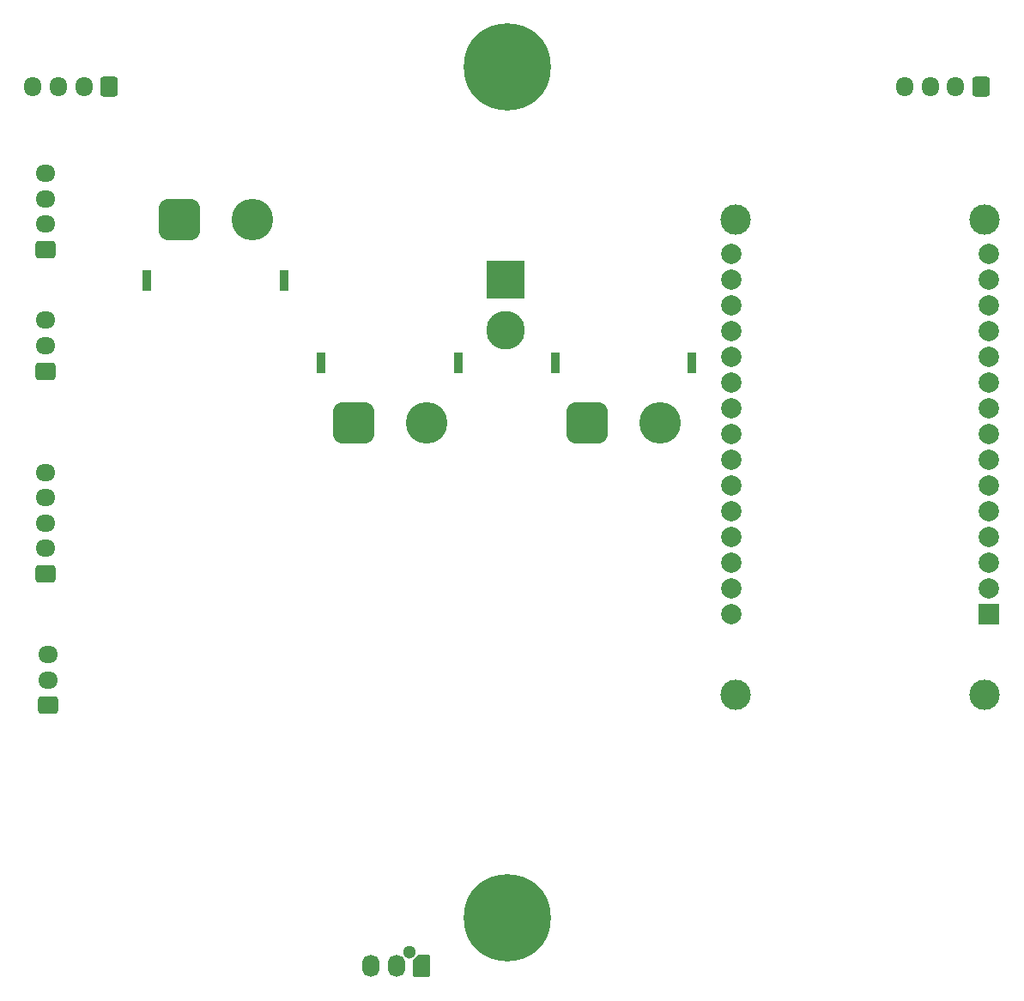
<source format=gbs>
G04 #@! TF.GenerationSoftware,KiCad,Pcbnew,7.0.6*
G04 #@! TF.CreationDate,2023-12-08T17:53:02-05:00*
G04 #@! TF.ProjectId,LED_Snowboard_V4,4c45445f-536e-46f7-9762-6f6172645f56,rev?*
G04 #@! TF.SameCoordinates,Original*
G04 #@! TF.FileFunction,Soldermask,Bot*
G04 #@! TF.FilePolarity,Negative*
%FSLAX46Y46*%
G04 Gerber Fmt 4.6, Leading zero omitted, Abs format (unit mm)*
G04 Created by KiCad (PCBNEW 7.0.6) date 2023-12-08 17:53:02*
%MOMM*%
%LPD*%
G01*
G04 APERTURE LIST*
G04 Aperture macros list*
%AMRoundRect*
0 Rectangle with rounded corners*
0 $1 Rounding radius*
0 $2 $3 $4 $5 $6 $7 $8 $9 X,Y pos of 4 corners*
0 Add a 4 corners polygon primitive as box body*
4,1,4,$2,$3,$4,$5,$6,$7,$8,$9,$2,$3,0*
0 Add four circle primitives for the rounded corners*
1,1,$1+$1,$2,$3*
1,1,$1+$1,$4,$5*
1,1,$1+$1,$6,$7*
1,1,$1+$1,$8,$9*
0 Add four rect primitives between the rounded corners*
20,1,$1+$1,$2,$3,$4,$5,0*
20,1,$1+$1,$4,$5,$6,$7,0*
20,1,$1+$1,$6,$7,$8,$9,0*
20,1,$1+$1,$8,$9,$2,$3,0*%
%AMFreePoly0*
4,1,22,0.945671,0.830970,1.026777,0.776777,1.080970,0.695671,1.100000,0.600000,1.100000,-0.600000,1.080970,-0.695671,1.026777,-0.776777,0.945671,-0.830970,0.850000,-0.850000,-0.450000,-0.850000,-0.545671,-0.830970,-0.626777,-0.776777,-1.026777,-0.376777,-1.080970,-0.295671,-1.100000,-0.200000,-1.100000,0.600000,-1.080970,0.695671,-1.026777,0.776777,-0.945671,0.830970,-0.850000,0.850000,
0.850000,0.850000,0.945671,0.830970,0.945671,0.830970,$1*%
G04 Aperture macros list end*
%ADD10R,3.800000X3.800000*%
%ADD11C,3.800000*%
%ADD12RoundRect,0.250000X0.725000X-0.600000X0.725000X0.600000X-0.725000X0.600000X-0.725000X-0.600000X0*%
%ADD13O,1.950000X1.700000*%
%ADD14R,0.900000X2.000000*%
%ADD15RoundRect,1.025000X-1.025000X-1.025000X1.025000X-1.025000X1.025000X1.025000X-1.025000X1.025000X0*%
%ADD16C,4.100000*%
%ADD17RoundRect,0.250000X0.600000X0.725000X-0.600000X0.725000X-0.600000X-0.725000X0.600000X-0.725000X0*%
%ADD18O,1.700000X1.950000*%
%ADD19C,8.600000*%
%ADD20RoundRect,1.025000X1.025000X1.025000X-1.025000X1.025000X-1.025000X-1.025000X1.025000X-1.025000X0*%
%ADD21C,1.300000*%
%ADD22FreePoly0,270.000000*%
%ADD23O,1.700000X2.200000*%
%ADD24C,3.000000*%
%ADD25C,2.000000*%
%ADD26R,2.000000X2.000000*%
G04 APERTURE END LIST*
D10*
X149900000Y-79000000D03*
D11*
X149900000Y-84000000D03*
D12*
X104500000Y-108000000D03*
D13*
X104500000Y-105500000D03*
X104500000Y-103000000D03*
X104500000Y-100500000D03*
X104500000Y-98000000D03*
D14*
X154750000Y-87150000D03*
X168250000Y-87150000D03*
D15*
X157900000Y-93150000D03*
D16*
X165100000Y-93150000D03*
D14*
X131700000Y-87150000D03*
X145200000Y-87150000D03*
D15*
X134850000Y-93150000D03*
D16*
X142050000Y-93150000D03*
D17*
X110750000Y-59900000D03*
D18*
X108250000Y-59900000D03*
X105750000Y-59900000D03*
X103250000Y-59900000D03*
D19*
X150000000Y-142000000D03*
D12*
X104762500Y-121000000D03*
D13*
X104762500Y-118500000D03*
X104762500Y-116000000D03*
D12*
X104500000Y-88000000D03*
D13*
X104500000Y-85500000D03*
X104500000Y-83000000D03*
D14*
X128000000Y-79050000D03*
X114500000Y-79050000D03*
D20*
X117650000Y-73050000D03*
D16*
X124850000Y-73050000D03*
D21*
X140350000Y-145390000D03*
D22*
X141600000Y-146730000D03*
D23*
X139100000Y-146730000D03*
X136600000Y-146730000D03*
D19*
X150000000Y-58000000D03*
D12*
X104500000Y-76000000D03*
D13*
X104500000Y-73500000D03*
X104500000Y-71000000D03*
X104500000Y-68500000D03*
D17*
X196750000Y-59900000D03*
D18*
X194250000Y-59900000D03*
X191750000Y-59900000D03*
X189250000Y-59900000D03*
D24*
X197080000Y-119975000D03*
X197080000Y-73025000D03*
X172570000Y-119975000D03*
X172570000Y-73025000D03*
D25*
X172100000Y-76455000D03*
X172100000Y-78995000D03*
X172100000Y-81535000D03*
X172100000Y-84075000D03*
X172100000Y-86615000D03*
X172100000Y-89155000D03*
X172100000Y-91695000D03*
X172100000Y-94235000D03*
X172100000Y-96775000D03*
X172100000Y-99315000D03*
X172100000Y-101855000D03*
X172100000Y-104395000D03*
X172100000Y-106935000D03*
X172100000Y-109475000D03*
X172100000Y-112015000D03*
X197500000Y-76455000D03*
X197500000Y-78995000D03*
X197500000Y-81535000D03*
X197500000Y-84075000D03*
X197500000Y-86615000D03*
X197500000Y-89155000D03*
X197500000Y-91695000D03*
X197500000Y-94235000D03*
X197500000Y-96775000D03*
X197500000Y-99315000D03*
X197500000Y-101855000D03*
X197500000Y-104395000D03*
X197500000Y-106935000D03*
X197500000Y-109475000D03*
D26*
X197500000Y-112015000D03*
M02*

</source>
